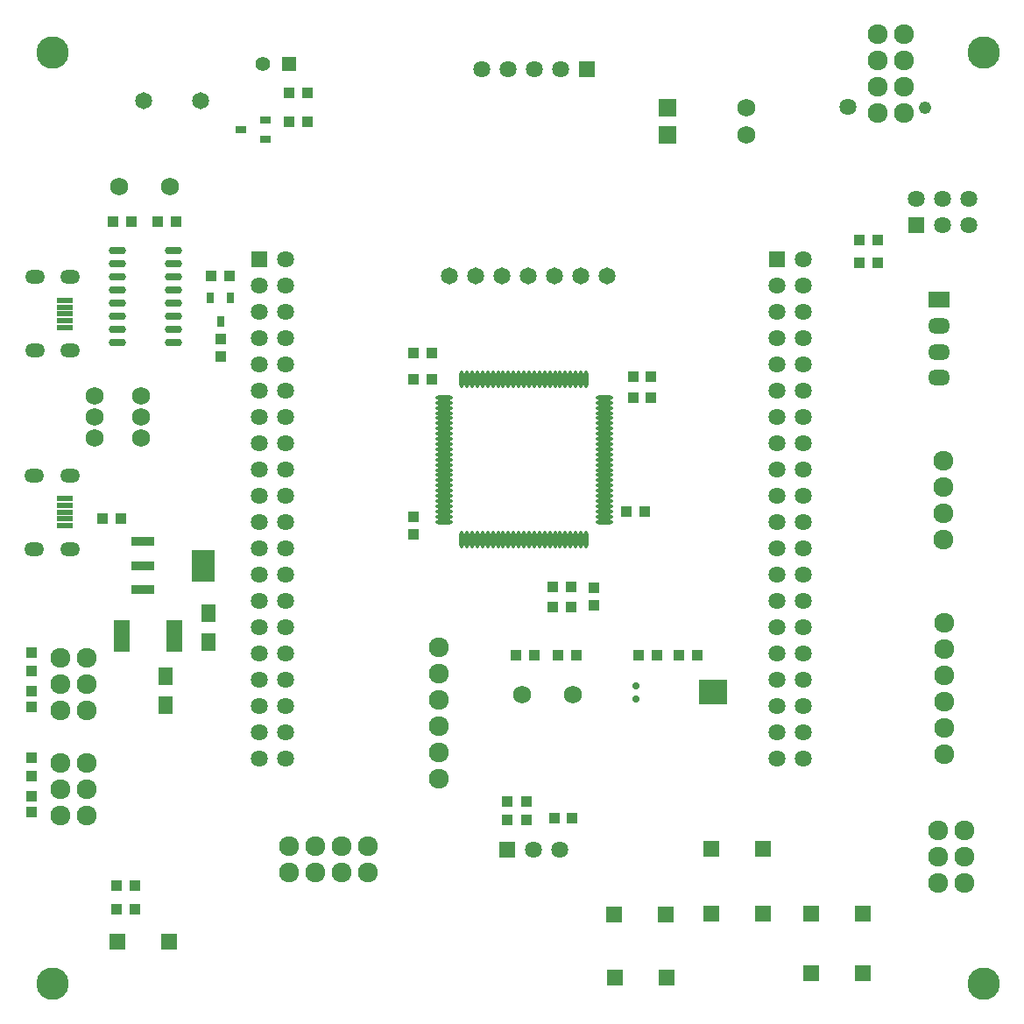
<source format=gts>
G04*
G04 #@! TF.GenerationSoftware,Altium Limited,Altium Designer,19.0.4 (130)*
G04*
G04 Layer_Color=8388736*
%FSLAX25Y25*%
%MOIN*%
G70*
G01*
G75*
%ADD34R,0.06012X0.02075*%
%ADD35R,0.10736X0.09555*%
%ADD36R,0.04300X0.04000*%
%ADD37R,0.04000X0.04300*%
%ADD38R,0.04358X0.04161*%
%ADD39O,0.06602X0.02862*%
%ADD40R,0.02862X0.04437*%
%ADD41R,0.06012X0.06012*%
%ADD42R,0.04437X0.02862*%
%ADD43R,0.09161X0.03492*%
%ADD44R,0.09161X0.12311*%
%ADD45O,0.01681X0.06602*%
%ADD46O,0.06602X0.01681*%
%ADD47R,0.05500X0.06500*%
%ADD48R,0.06406X0.12311*%
%ADD49O,0.07587X0.05224*%
%ADD50C,0.06406*%
%ADD51R,0.06406X0.06406*%
%ADD52C,0.02862*%
%ADD53C,0.04831*%
%ADD54C,0.06500*%
%ADD55R,0.06406X0.06406*%
%ADD56C,0.07587*%
%ADD57C,0.06799*%
%ADD58R,0.08374X0.06012*%
%ADD59O,0.08374X0.06012*%
%ADD60C,0.06799*%
%ADD61C,0.05500*%
%ADD62R,0.05500X0.05500*%
%ADD63R,0.06799X0.06799*%
%ADD64C,0.12311*%
D34*
X24473Y279618D02*
D03*
Y277059D02*
D03*
Y274500D02*
D03*
Y271941D02*
D03*
Y269382D02*
D03*
X24332Y204118D02*
D03*
Y201559D02*
D03*
Y199000D02*
D03*
Y196441D02*
D03*
Y193882D02*
D03*
D35*
X271000Y130500D02*
D03*
D36*
X247400Y242500D02*
D03*
X240500D02*
D03*
X247400Y250500D02*
D03*
X240500D02*
D03*
X217400Y82500D02*
D03*
X210500D02*
D03*
X42581Y309500D02*
D03*
X49481D02*
D03*
X80000Y289000D02*
D03*
X86900D02*
D03*
X326600Y293882D02*
D03*
X333500D02*
D03*
Y302500D02*
D03*
X326600D02*
D03*
X264900Y144500D02*
D03*
X258000D02*
D03*
X242600D02*
D03*
X249500D02*
D03*
X216900Y162776D02*
D03*
X210000D02*
D03*
X216900Y170500D02*
D03*
X210000D02*
D03*
X218900Y144500D02*
D03*
X212000D02*
D03*
X196100D02*
D03*
X203000D02*
D03*
X116500Y347740D02*
D03*
X109600D02*
D03*
X116500Y358500D02*
D03*
X109600D02*
D03*
X38600Y196441D02*
D03*
X45500D02*
D03*
X51000Y57000D02*
D03*
X44100D02*
D03*
X163900Y259500D02*
D03*
X157000D02*
D03*
X244900Y199315D02*
D03*
X238000D02*
D03*
X157100Y249500D02*
D03*
X164000D02*
D03*
X44100Y48000D02*
D03*
X51000D02*
D03*
X59681Y309500D02*
D03*
X66581D02*
D03*
D37*
X192500Y81937D02*
D03*
Y88837D02*
D03*
X200000D02*
D03*
Y81937D02*
D03*
X11500Y105500D02*
D03*
Y98600D02*
D03*
Y145600D02*
D03*
Y138700D02*
D03*
X83500Y258100D02*
D03*
Y265000D02*
D03*
X156978Y197400D02*
D03*
Y190500D02*
D03*
X225500Y163668D02*
D03*
Y170355D02*
D03*
D38*
X11500Y91000D02*
D03*
Y84937D02*
D03*
Y131000D02*
D03*
Y124937D02*
D03*
D39*
X65500Y263500D02*
D03*
Y268500D02*
D03*
Y273500D02*
D03*
Y278500D02*
D03*
Y283500D02*
D03*
Y288500D02*
D03*
Y293500D02*
D03*
Y298500D02*
D03*
X44240D02*
D03*
Y293500D02*
D03*
Y288500D02*
D03*
Y283500D02*
D03*
Y278500D02*
D03*
Y273500D02*
D03*
Y268500D02*
D03*
Y263500D02*
D03*
D40*
X87240Y280528D02*
D03*
X79760D02*
D03*
X83500Y271472D02*
D03*
D41*
X327842Y23595D02*
D03*
X308157D02*
D03*
X233658Y21905D02*
D03*
X253343D02*
D03*
X327842Y46095D02*
D03*
X308157D02*
D03*
X289843D02*
D03*
X270158D02*
D03*
X233157Y45906D02*
D03*
X252842D02*
D03*
X270158Y70906D02*
D03*
X289843D02*
D03*
X63842Y35594D02*
D03*
X44157D02*
D03*
D42*
X100528Y340760D02*
D03*
Y348240D02*
D03*
X91472Y344500D02*
D03*
D43*
X53886Y178695D02*
D03*
Y187750D02*
D03*
Y169640D02*
D03*
D44*
X77114Y178695D02*
D03*
D45*
X175378Y188488D02*
D03*
X177347D02*
D03*
X179315D02*
D03*
X181283D02*
D03*
X183252D02*
D03*
X185221D02*
D03*
X187189D02*
D03*
X189157D02*
D03*
X191126D02*
D03*
X193095D02*
D03*
X195063D02*
D03*
X197031D02*
D03*
X199000D02*
D03*
X200969D02*
D03*
X202937D02*
D03*
X204906D02*
D03*
X206874D02*
D03*
X208842D02*
D03*
X210811D02*
D03*
X212779D02*
D03*
X214748D02*
D03*
X216717D02*
D03*
X218685D02*
D03*
X220654D02*
D03*
X222622D02*
D03*
Y249512D02*
D03*
X220654D02*
D03*
X218685D02*
D03*
X216717D02*
D03*
X214748D02*
D03*
X212779D02*
D03*
X210811D02*
D03*
X208842D02*
D03*
X206874D02*
D03*
X204906D02*
D03*
X202937D02*
D03*
X200969D02*
D03*
X199000D02*
D03*
X197031D02*
D03*
X195063D02*
D03*
X193095D02*
D03*
X191126D02*
D03*
X189157D02*
D03*
X187189D02*
D03*
X185221D02*
D03*
X183252D02*
D03*
X181283D02*
D03*
X179315D02*
D03*
X177347D02*
D03*
X175378D02*
D03*
D46*
X229512Y195378D02*
D03*
Y197346D02*
D03*
Y199315D02*
D03*
Y201284D02*
D03*
Y203252D02*
D03*
Y205221D02*
D03*
Y207189D02*
D03*
Y209157D02*
D03*
Y211126D02*
D03*
Y213094D02*
D03*
Y215063D02*
D03*
Y217032D02*
D03*
Y219000D02*
D03*
Y220969D02*
D03*
Y222937D02*
D03*
Y224905D02*
D03*
Y226874D02*
D03*
Y228842D02*
D03*
Y230811D02*
D03*
Y232780D02*
D03*
Y234748D02*
D03*
Y236717D02*
D03*
Y238685D02*
D03*
Y240653D02*
D03*
Y242622D02*
D03*
X168488D02*
D03*
Y240653D02*
D03*
Y238685D02*
D03*
Y236717D02*
D03*
Y234748D02*
D03*
Y232780D02*
D03*
Y230811D02*
D03*
Y228842D02*
D03*
Y226874D02*
D03*
Y224905D02*
D03*
Y222937D02*
D03*
Y220969D02*
D03*
Y219000D02*
D03*
Y217032D02*
D03*
Y215063D02*
D03*
Y213094D02*
D03*
Y211126D02*
D03*
Y209157D02*
D03*
Y207189D02*
D03*
Y205221D02*
D03*
Y203252D02*
D03*
Y201284D02*
D03*
Y199315D02*
D03*
Y197346D02*
D03*
Y195378D02*
D03*
D47*
X79000Y160500D02*
D03*
Y149500D02*
D03*
X62691Y125500D02*
D03*
Y136500D02*
D03*
D48*
X46000Y152000D02*
D03*
X66000D02*
D03*
D49*
X26441Y260425D02*
D03*
X26442Y288575D02*
D03*
X12859Y288574D02*
D03*
X12859Y260425D02*
D03*
X26300Y184925D02*
D03*
X26301Y213075D02*
D03*
X12718Y213074D02*
D03*
X12718Y184925D02*
D03*
D50*
X108425Y105276D02*
D03*
X98425D02*
D03*
X108425Y115276D02*
D03*
X98425D02*
D03*
X108425Y125276D02*
D03*
X98425D02*
D03*
X108425Y135276D02*
D03*
X98425D02*
D03*
X108425Y145276D02*
D03*
X98425D02*
D03*
X108425Y155276D02*
D03*
X98425D02*
D03*
X108425Y165276D02*
D03*
X98425D02*
D03*
X108425Y175276D02*
D03*
X98425D02*
D03*
X108425Y185276D02*
D03*
X98425D02*
D03*
X108425Y195276D02*
D03*
X98425D02*
D03*
X108425Y205276D02*
D03*
X98425D02*
D03*
X108425Y215276D02*
D03*
X98425D02*
D03*
X108425Y225276D02*
D03*
X98425D02*
D03*
X108425Y235276D02*
D03*
X98425D02*
D03*
X108425Y245276D02*
D03*
X98425D02*
D03*
X108425Y255276D02*
D03*
X98425D02*
D03*
X108425Y265276D02*
D03*
X98425D02*
D03*
X108425Y275276D02*
D03*
X98425D02*
D03*
X108425Y285276D02*
D03*
X98425D02*
D03*
X108425Y295276D02*
D03*
X305276Y105276D02*
D03*
X295276D02*
D03*
X305276Y115276D02*
D03*
X295276D02*
D03*
X305276Y125276D02*
D03*
X295276D02*
D03*
X305276Y135276D02*
D03*
X295276D02*
D03*
X305276Y145276D02*
D03*
X295276D02*
D03*
X305276Y155276D02*
D03*
X295276D02*
D03*
X305276Y165276D02*
D03*
X295276D02*
D03*
X305276Y175276D02*
D03*
X295276D02*
D03*
X305276Y185276D02*
D03*
X295276D02*
D03*
X305276Y195276D02*
D03*
X295276D02*
D03*
X305276Y205276D02*
D03*
X295276D02*
D03*
X305276Y215276D02*
D03*
X295276D02*
D03*
X305276Y225276D02*
D03*
X295276D02*
D03*
X305276Y235276D02*
D03*
X295276D02*
D03*
X305276Y245276D02*
D03*
X295276D02*
D03*
X305276Y255276D02*
D03*
X295276D02*
D03*
X305276Y265276D02*
D03*
X295276D02*
D03*
X305276Y275276D02*
D03*
X295276D02*
D03*
X305276Y285276D02*
D03*
X295276D02*
D03*
X305276Y295276D02*
D03*
X322230Y353098D02*
D03*
X348325Y318325D02*
D03*
X358325Y308325D02*
D03*
Y318325D02*
D03*
X368325Y308325D02*
D03*
Y318325D02*
D03*
X202500Y70500D02*
D03*
X212500D02*
D03*
X193000Y367500D02*
D03*
X203000D02*
D03*
X213000D02*
D03*
X183000D02*
D03*
D51*
X98425Y295276D02*
D03*
X295276D02*
D03*
D52*
X241500Y128000D02*
D03*
Y133000D02*
D03*
D53*
X351757Y353000D02*
D03*
D54*
X170500Y289000D02*
D03*
X180500D02*
D03*
X190500D02*
D03*
X200500D02*
D03*
X210500D02*
D03*
X220500D02*
D03*
X230500D02*
D03*
X54173Y355500D02*
D03*
X75827D02*
D03*
D55*
X348325Y308325D02*
D03*
X192500Y70500D02*
D03*
X223000Y367500D02*
D03*
D56*
X366500Y68000D02*
D03*
X356500Y78000D02*
D03*
X366500D02*
D03*
X356500Y68000D02*
D03*
Y58000D02*
D03*
X366500D02*
D03*
X166500Y117423D02*
D03*
Y107423D02*
D03*
Y127423D02*
D03*
Y137423D02*
D03*
Y147423D02*
D03*
Y97423D02*
D03*
X109500Y62000D02*
D03*
Y72000D02*
D03*
X129500Y62000D02*
D03*
Y72000D02*
D03*
X139500Y62000D02*
D03*
Y72000D02*
D03*
X119500Y62000D02*
D03*
Y72000D02*
D03*
X359000Y156969D02*
D03*
Y106969D02*
D03*
Y116969D02*
D03*
Y126969D02*
D03*
Y146969D02*
D03*
Y136969D02*
D03*
X358500Y218500D02*
D03*
Y208500D02*
D03*
Y198500D02*
D03*
Y188500D02*
D03*
X343500Y371000D02*
D03*
X333500D02*
D03*
X343500Y381000D02*
D03*
X333500D02*
D03*
Y351000D02*
D03*
X343500D02*
D03*
Y361000D02*
D03*
X333500D02*
D03*
X22500Y103500D02*
D03*
X32500D02*
D03*
Y93500D02*
D03*
X22500Y83500D02*
D03*
X32500D02*
D03*
X22500Y93500D02*
D03*
Y143500D02*
D03*
X32500D02*
D03*
Y133500D02*
D03*
X22500Y123500D02*
D03*
X32500D02*
D03*
X22500Y133500D02*
D03*
D57*
X217646Y129429D02*
D03*
X198354D02*
D03*
X64227Y323031D02*
D03*
X44935D02*
D03*
X283500Y353000D02*
D03*
Y342500D02*
D03*
D58*
X357000Y279751D02*
D03*
D59*
Y269909D02*
D03*
Y260067D02*
D03*
Y250224D02*
D03*
D60*
X35524Y243150D02*
D03*
Y235276D02*
D03*
Y227402D02*
D03*
X53240D02*
D03*
Y235276D02*
D03*
Y243150D02*
D03*
D61*
X99500Y369500D02*
D03*
D62*
X109500D02*
D03*
D63*
X253500Y353000D02*
D03*
Y342500D02*
D03*
D64*
X19685Y374016D02*
D03*
X374016D02*
D03*
Y19685D02*
D03*
X19685Y19685D02*
D03*
M02*

</source>
